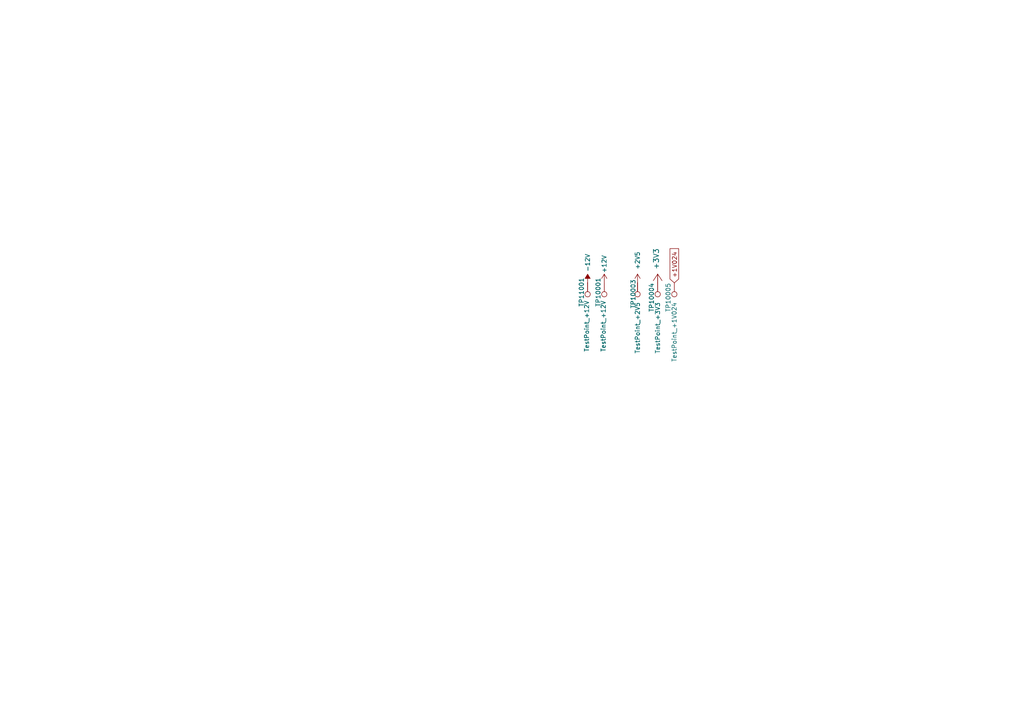
<source format=kicad_sch>
(kicad_sch (version 20231120) (generator "eeschema") (generator_version "8.0")
  (paper "A4")
  (lib_symbols
    (symbol "Connector:TestPoint" (pin_numbers hide) (pin_names (offset 0.762) hide)
      (property "Reference" "TP" (at 0 6.858 0))
      (property "Value" "TestPoint" (at 0 5.08 0))
      (symbol "TestPoint_0_1"
        (circle (center 0 3.302) (radius 0.762))
      )
      (symbol "TestPoint_1_1"
        (pin passive line (at 0 0 90) (length 2.54) (name "1") (number "1"))
      )
    )
    (symbol "EK-TM4C1294XL_REV_D-eagle-import:+3V3" (power) (pin_names (offset 1.016))
      (property "Value" "+3V3" (at -2.54 -5.08 90))
      (symbol "+3V3_1_0"
        (polyline (pts (xy 0 0) (xy -1.27 -1.905)))
        (polyline (pts (xy 1.27 -1.905) (xy 0 0)))
        (pin power_in line (at 0 -2.54 90) (length 2.54) (name "+3V3") (number "1"))
      )
    )
    (symbol "power:+12V" (power) (pin_names (offset 0))
      (property "Value" "+12V" (at 0 3.556 0))
      (symbol "+12V_0_1"
        (polyline (pts (xy -0.762 1.27) (xy 0 2.54)))
        (polyline (pts (xy 0 0) (xy 0 2.54)))
        (polyline (pts (xy 0 2.54) (xy 0.762 1.27)))
      )
      (symbol "+12V_1_1"
        (pin power_in line (at 0 0 90) (length 0) hide (name "+12V") (number "1"))
      )
    )
    (symbol "power:+2V5" (power) (pin_names (offset 0))
      (property "Value" "+2V5" (at 0 3.556 0))
      (symbol "+2V5_0_1"
        (polyline (pts (xy -0.762 1.27) (xy 0 2.54)))
        (polyline (pts (xy 0 0) (xy 0 2.54)))
        (polyline (pts (xy 0 2.54) (xy 0.762 1.27)))
      )
      (symbol "+2V5_1_1"
        (pin power_in line (at 0 0 90) (length 0) hide (name "+2V5") (number "1"))
      )
    )
    (symbol "power:-12V" (power) (pin_numbers hide) (pin_names (offset 0) hide)
      (property "Value" "-12V" (at 0 3.556 0))
      (symbol "-12V_0_0"
        (pin power_in line (at 0 0 90) (length 0) (name "~") (number "1"))
      )
      (symbol "-12V_0_1"
        (polyline (pts (xy 0 0) (xy 0 1.27) (xy 0.762 1.27) (xy 0 2.54) (xy -0.762 1.27) (xy 0 1.27)) (fill (type outline)))
      )
    )
  )
  (global_label "+1V024" (shape input) (at 195.58 82.042 90) (property "Intersheetrefs" "${INTERSHEET_REFS}" (effects (hide yes))))
  (symbol (lib_id "Connector:TestPoint") (at 184.912 82.042 180) (unit 1)
    (property "Reference" "TP10003" (at 183.642 81.026 90) (effects (justify left)))
    (property "Value" "TestPoint_+2V5" (at 184.912 87.63 90) (effects (justify left)))
    (property "Footprint" "TestPoint:TestPoint_Pad_D1.0mm" (effects (hide yes)))
    (instances (project "stm32h7_base" (path "" (reference "TP10003") (unit 1))) (project "simplicity_analog_1" (path "" (reference "TP7003") (unit 1))))
  )
  (symbol (lib_id "power:+2V5") (at 184.912 82.042 0) (unit 1)
    (property "Reference" "#PWR07038" (effects (hide yes)))
    (property "Value" "+2V5" (at 184.912 78.232 90) (effects (justify left)))
  )
  (symbol (lib_id "power:+12V") (at 175.26 82.042 0) (unit 1)
    (property "Reference" "#PWR07036" (effects (hide yes)))
    (property "Value" "+12V" (at 175.26 79.248 90) (effects (justify left)))
  )
  (symbol (lib_id "power:-12V") (at 170.434 82.042 0) (unit 1)
    (property "Reference" "#PWR11001" (effects (hide yes)))
    (property "Value" "-12V" (at 170.434 76.2 90))
    (property "Description" "Power symbol creates a global label with name \"-12V\"" (effects (hide yes)))
  )
  (symbol (lib_id "Connector:TestPoint") (at 195.58 82.042 180) (unit 1)
    (property "Reference" "TP10005" (at 193.802 82.042 90) (effects (justify left)))
    (property "Value" "TestPoint_+1V024" (at 195.58 87.63 90) (effects (justify left)))
    (property "Footprint" "TestPoint:TestPoint_Pad_D1.0mm" (effects (hide yes)))
    (instances (project "stm32h7_base" (path "" (reference "TP10005") (unit 1))) (project "simplicity_analog_1" (path "" (reference "TP7005") (unit 1))))
  )
  (symbol (lib_id "Connector:TestPoint") (at 175.26 82.042 180) (unit 1)
    (property "Reference" "TP10001" (at 173.482 80.518 90) (effects (justify left)))
    (property "Value" "TestPoint_+12V" (at 175.006 87.122 90) (effects (justify left)))
    (property "Footprint" "TestPoint:TestPoint_Pad_D1.0mm" (effects (hide yes)))
    (instances (project "stm32h7_base" (path "" (reference "TP10001") (unit 1))) (project "simplicity_analog_1" (path "" (reference "TP7001") (unit 1))))
  )
  (symbol (lib_id "Connector:TestPoint") (at 170.434 82.042 180) (unit 1)
    (property "Reference" "TP11001" (at 168.656 80.518 90) (effects (justify left)))
    (property "Value" "TestPoint_+12V" (at 170.18 87.122 90) (effects (justify left)))
    (property "Footprint" "TestPoint:TestPoint_Pad_D1.0mm" (effects (hide yes)))
  )
  (symbol (lib_id "EK-TM4C1294XL_REV_D-eagle-import:+3V3") (at 190.754 79.502 0) (mirror y) (unit 1)
    (property "Reference" "#+3V07002" (effects (hide yes)))
    (property "Value" "+3V3" (at 189.484 78.232 90) (effects (font (size 1.4986 1.4986)) (justify left bottom)))
  )
  (symbol (lib_id "Connector:TestPoint") (at 190.754 82.042 180) (unit 1)
    (property "Reference" "TP10004" (at 188.976 82.042 90) (effects (justify left)))
    (property "Value" "TestPoint_+3V3" (at 190.754 87.63 90) (effects (justify left)))
    (property "Footprint" "TestPoint:TestPoint_Pad_D1.0mm" (effects (hide yes)))
    (instances (project "stm32h7_base" (path "" (reference "TP10004") (unit 1))) (project "simplicity_analog_1" (path "" (reference "TP7004") (unit 1))))
  )
)
</source>
